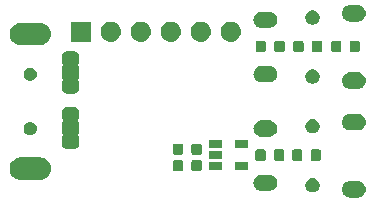
<source format=gbs>
G04 #@! TF.GenerationSoftware,KiCad,Pcbnew,5.0.1-33cea8e~68~ubuntu18.04.1*
G04 #@! TF.CreationDate,2018-11-08T21:15:48+01:00*
G04 #@! TF.ProjectId,audio_interface,617564696F5F696E746572666163652E,rev?*
G04 #@! TF.SameCoordinates,Original*
G04 #@! TF.FileFunction,Soldermask,Bot*
G04 #@! TF.FilePolarity,Negative*
%FSLAX46Y46*%
G04 Gerber Fmt 4.6, Leading zero omitted, Abs format (unit mm)*
G04 Created by KiCad (PCBNEW 5.0.1-33cea8e~68~ubuntu18.04.1) date Do 08 Nov 2018 21:15:48 CET*
%MOMM*%
%LPD*%
G01*
G04 APERTURE LIST*
%ADD10C,0.100000*%
G04 APERTURE END LIST*
D10*
G36*
X160937224Y-110010128D02*
X161069175Y-110050155D01*
X161190781Y-110115155D01*
X161297370Y-110202630D01*
X161384845Y-110309219D01*
X161449845Y-110430825D01*
X161489872Y-110562776D01*
X161503387Y-110700000D01*
X161489872Y-110837224D01*
X161449845Y-110969175D01*
X161384845Y-111090781D01*
X161297370Y-111197370D01*
X161190781Y-111284845D01*
X161069175Y-111349845D01*
X160937224Y-111389872D01*
X160834390Y-111400000D01*
X160165610Y-111400000D01*
X160062776Y-111389872D01*
X159930825Y-111349845D01*
X159809219Y-111284845D01*
X159702630Y-111197370D01*
X159615155Y-111090781D01*
X159550155Y-110969175D01*
X159510128Y-110837224D01*
X159496613Y-110700000D01*
X159510128Y-110562776D01*
X159550155Y-110430825D01*
X159615155Y-110309219D01*
X159702630Y-110202630D01*
X159809219Y-110115155D01*
X159930825Y-110050155D01*
X160062776Y-110010128D01*
X160165610Y-110000000D01*
X160834390Y-110000000D01*
X160937224Y-110010128D01*
X160937224Y-110010128D01*
G37*
G36*
X157175012Y-109773057D02*
X157284207Y-109818287D01*
X157382481Y-109883952D01*
X157466048Y-109967519D01*
X157531713Y-110065793D01*
X157576943Y-110174988D01*
X157600000Y-110290904D01*
X157600000Y-110409096D01*
X157576943Y-110525012D01*
X157531713Y-110634207D01*
X157466048Y-110732481D01*
X157382481Y-110816048D01*
X157284207Y-110881713D01*
X157175012Y-110926943D01*
X157059096Y-110950000D01*
X156940904Y-110950000D01*
X156824988Y-110926943D01*
X156715793Y-110881713D01*
X156617519Y-110816048D01*
X156533952Y-110732481D01*
X156468287Y-110634207D01*
X156423057Y-110525012D01*
X156400000Y-110409096D01*
X156400000Y-110290904D01*
X156423057Y-110174988D01*
X156468287Y-110065793D01*
X156533952Y-109967519D01*
X156617519Y-109883952D01*
X156715793Y-109818287D01*
X156824988Y-109773057D01*
X156940904Y-109750000D01*
X157059096Y-109750000D01*
X157175012Y-109773057D01*
X157175012Y-109773057D01*
G37*
G36*
X153437224Y-109460128D02*
X153569175Y-109500155D01*
X153690781Y-109565155D01*
X153797370Y-109652630D01*
X153884845Y-109759219D01*
X153949845Y-109880825D01*
X153989872Y-110012776D01*
X154003387Y-110150000D01*
X153989872Y-110287224D01*
X153949845Y-110419175D01*
X153884845Y-110540781D01*
X153797370Y-110647370D01*
X153690781Y-110734845D01*
X153569175Y-110799845D01*
X153437224Y-110839872D01*
X153334390Y-110850000D01*
X152665610Y-110850000D01*
X152562776Y-110839872D01*
X152430825Y-110799845D01*
X152309219Y-110734845D01*
X152202630Y-110647370D01*
X152115155Y-110540781D01*
X152050155Y-110419175D01*
X152010128Y-110287224D01*
X151996613Y-110150000D01*
X152010128Y-110012776D01*
X152050155Y-109880825D01*
X152115155Y-109759219D01*
X152202630Y-109652630D01*
X152309219Y-109565155D01*
X152430825Y-109500155D01*
X152562776Y-109460128D01*
X152665610Y-109450000D01*
X153334390Y-109450000D01*
X153437224Y-109460128D01*
X153437224Y-109460128D01*
G37*
G36*
X134016448Y-108006873D02*
X134086232Y-108013746D01*
X134175770Y-108040907D01*
X134265309Y-108068068D01*
X134430347Y-108156283D01*
X134575001Y-108274999D01*
X134693717Y-108419653D01*
X134781932Y-108584691D01*
X134781932Y-108584692D01*
X134836254Y-108763768D01*
X134854596Y-108950000D01*
X134836254Y-109136232D01*
X134829545Y-109158349D01*
X134781932Y-109315309D01*
X134693717Y-109480347D01*
X134575001Y-109625001D01*
X134430347Y-109743717D01*
X134265309Y-109831932D01*
X134175770Y-109859093D01*
X134086232Y-109886254D01*
X133946666Y-109900000D01*
X132253334Y-109900000D01*
X132113768Y-109886254D01*
X132024230Y-109859093D01*
X131934691Y-109831932D01*
X131769653Y-109743717D01*
X131624999Y-109625001D01*
X131506283Y-109480347D01*
X131418068Y-109315309D01*
X131370455Y-109158349D01*
X131363746Y-109136232D01*
X131345404Y-108950000D01*
X131363746Y-108763768D01*
X131418068Y-108584692D01*
X131418068Y-108584691D01*
X131506283Y-108419653D01*
X131624999Y-108274999D01*
X131769653Y-108156283D01*
X131934691Y-108068068D01*
X132024230Y-108040907D01*
X132113768Y-108013746D01*
X132183552Y-108006873D01*
X132253334Y-108000000D01*
X133946666Y-108000000D01*
X134016448Y-108006873D01*
X134016448Y-108006873D01*
G37*
G36*
X145924116Y-108228595D02*
X145953313Y-108237452D01*
X145980218Y-108251833D01*
X146003808Y-108271192D01*
X146023167Y-108294782D01*
X146037548Y-108321687D01*
X146046405Y-108350884D01*
X146050000Y-108387390D01*
X146050000Y-109012610D01*
X146046405Y-109049116D01*
X146037548Y-109078313D01*
X146023167Y-109105218D01*
X146003808Y-109128808D01*
X145980218Y-109148167D01*
X145953313Y-109162548D01*
X145924116Y-109171405D01*
X145887610Y-109175000D01*
X145337390Y-109175000D01*
X145300884Y-109171405D01*
X145271687Y-109162548D01*
X145244782Y-109148167D01*
X145221192Y-109128808D01*
X145201833Y-109105218D01*
X145187452Y-109078313D01*
X145178595Y-109049116D01*
X145175000Y-109012610D01*
X145175000Y-108387390D01*
X145178595Y-108350884D01*
X145187452Y-108321687D01*
X145201833Y-108294782D01*
X145221192Y-108271192D01*
X145244782Y-108251833D01*
X145271687Y-108237452D01*
X145300884Y-108228595D01*
X145337390Y-108225000D01*
X145887610Y-108225000D01*
X145924116Y-108228595D01*
X145924116Y-108228595D01*
G37*
G36*
X147499116Y-108228595D02*
X147528313Y-108237452D01*
X147555218Y-108251833D01*
X147578808Y-108271192D01*
X147598167Y-108294782D01*
X147612548Y-108321687D01*
X147621405Y-108350884D01*
X147625000Y-108387390D01*
X147625000Y-109012610D01*
X147621405Y-109049116D01*
X147612548Y-109078313D01*
X147598167Y-109105218D01*
X147578808Y-109128808D01*
X147555218Y-109148167D01*
X147528313Y-109162548D01*
X147499116Y-109171405D01*
X147462610Y-109175000D01*
X146912390Y-109175000D01*
X146875884Y-109171405D01*
X146846687Y-109162548D01*
X146819782Y-109148167D01*
X146796192Y-109128808D01*
X146776833Y-109105218D01*
X146762452Y-109078313D01*
X146753595Y-109049116D01*
X146750000Y-109012610D01*
X146750000Y-108387390D01*
X146753595Y-108350884D01*
X146762452Y-108321687D01*
X146776833Y-108294782D01*
X146796192Y-108271192D01*
X146819782Y-108251833D01*
X146846687Y-108237452D01*
X146875884Y-108228595D01*
X146912390Y-108225000D01*
X147462610Y-108225000D01*
X147499116Y-108228595D01*
X147499116Y-108228595D01*
G37*
G36*
X151530000Y-109075000D02*
X150470000Y-109075000D01*
X150470000Y-108425000D01*
X151530000Y-108425000D01*
X151530000Y-109075000D01*
X151530000Y-109075000D01*
G37*
G36*
X149330000Y-109075000D02*
X148270000Y-109075000D01*
X148270000Y-108425000D01*
X149330000Y-108425000D01*
X149330000Y-109075000D01*
X149330000Y-109075000D01*
G37*
G36*
X156011616Y-107328595D02*
X156040813Y-107337452D01*
X156067718Y-107351833D01*
X156091308Y-107371192D01*
X156110667Y-107394782D01*
X156125048Y-107421687D01*
X156133905Y-107450884D01*
X156137500Y-107487390D01*
X156137500Y-108112610D01*
X156133905Y-108149116D01*
X156125048Y-108178313D01*
X156110667Y-108205218D01*
X156091308Y-108228808D01*
X156067718Y-108248167D01*
X156040813Y-108262548D01*
X156011616Y-108271405D01*
X155975110Y-108275000D01*
X155424890Y-108275000D01*
X155388384Y-108271405D01*
X155359187Y-108262548D01*
X155332282Y-108248167D01*
X155308692Y-108228808D01*
X155289333Y-108205218D01*
X155274952Y-108178313D01*
X155266095Y-108149116D01*
X155262500Y-108112610D01*
X155262500Y-107487390D01*
X155266095Y-107450884D01*
X155274952Y-107421687D01*
X155289333Y-107394782D01*
X155308692Y-107371192D01*
X155332282Y-107351833D01*
X155359187Y-107337452D01*
X155388384Y-107328595D01*
X155424890Y-107325000D01*
X155975110Y-107325000D01*
X156011616Y-107328595D01*
X156011616Y-107328595D01*
G37*
G36*
X152911616Y-107328595D02*
X152940813Y-107337452D01*
X152967718Y-107351833D01*
X152991308Y-107371192D01*
X153010667Y-107394782D01*
X153025048Y-107421687D01*
X153033905Y-107450884D01*
X153037500Y-107487390D01*
X153037500Y-108112610D01*
X153033905Y-108149116D01*
X153025048Y-108178313D01*
X153010667Y-108205218D01*
X152991308Y-108228808D01*
X152967718Y-108248167D01*
X152940813Y-108262548D01*
X152911616Y-108271405D01*
X152875110Y-108275000D01*
X152324890Y-108275000D01*
X152288384Y-108271405D01*
X152259187Y-108262548D01*
X152232282Y-108248167D01*
X152208692Y-108228808D01*
X152189333Y-108205218D01*
X152174952Y-108178313D01*
X152166095Y-108149116D01*
X152162500Y-108112610D01*
X152162500Y-107487390D01*
X152166095Y-107450884D01*
X152174952Y-107421687D01*
X152189333Y-107394782D01*
X152208692Y-107371192D01*
X152232282Y-107351833D01*
X152259187Y-107337452D01*
X152288384Y-107328595D01*
X152324890Y-107325000D01*
X152875110Y-107325000D01*
X152911616Y-107328595D01*
X152911616Y-107328595D01*
G37*
G36*
X157586616Y-107328595D02*
X157615813Y-107337452D01*
X157642718Y-107351833D01*
X157666308Y-107371192D01*
X157685667Y-107394782D01*
X157700048Y-107421687D01*
X157708905Y-107450884D01*
X157712500Y-107487390D01*
X157712500Y-108112610D01*
X157708905Y-108149116D01*
X157700048Y-108178313D01*
X157685667Y-108205218D01*
X157666308Y-108228808D01*
X157642718Y-108248167D01*
X157615813Y-108262548D01*
X157586616Y-108271405D01*
X157550110Y-108275000D01*
X156999890Y-108275000D01*
X156963384Y-108271405D01*
X156934187Y-108262548D01*
X156907282Y-108248167D01*
X156883692Y-108228808D01*
X156864333Y-108205218D01*
X156849952Y-108178313D01*
X156841095Y-108149116D01*
X156837500Y-108112610D01*
X156837500Y-107487390D01*
X156841095Y-107450884D01*
X156849952Y-107421687D01*
X156864333Y-107394782D01*
X156883692Y-107371192D01*
X156907282Y-107351833D01*
X156934187Y-107337452D01*
X156963384Y-107328595D01*
X156999890Y-107325000D01*
X157550110Y-107325000D01*
X157586616Y-107328595D01*
X157586616Y-107328595D01*
G37*
G36*
X154486616Y-107328595D02*
X154515813Y-107337452D01*
X154542718Y-107351833D01*
X154566308Y-107371192D01*
X154585667Y-107394782D01*
X154600048Y-107421687D01*
X154608905Y-107450884D01*
X154612500Y-107487390D01*
X154612500Y-108112610D01*
X154608905Y-108149116D01*
X154600048Y-108178313D01*
X154585667Y-108205218D01*
X154566308Y-108228808D01*
X154542718Y-108248167D01*
X154515813Y-108262548D01*
X154486616Y-108271405D01*
X154450110Y-108275000D01*
X153899890Y-108275000D01*
X153863384Y-108271405D01*
X153834187Y-108262548D01*
X153807282Y-108248167D01*
X153783692Y-108228808D01*
X153764333Y-108205218D01*
X153749952Y-108178313D01*
X153741095Y-108149116D01*
X153737500Y-108112610D01*
X153737500Y-107487390D01*
X153741095Y-107450884D01*
X153749952Y-107421687D01*
X153764333Y-107394782D01*
X153783692Y-107371192D01*
X153807282Y-107351833D01*
X153834187Y-107337452D01*
X153863384Y-107328595D01*
X153899890Y-107325000D01*
X154450110Y-107325000D01*
X154486616Y-107328595D01*
X154486616Y-107328595D01*
G37*
G36*
X149330000Y-108125000D02*
X148270000Y-108125000D01*
X148270000Y-107475000D01*
X149330000Y-107475000D01*
X149330000Y-108125000D01*
X149330000Y-108125000D01*
G37*
G36*
X145924116Y-106828595D02*
X145953313Y-106837452D01*
X145980218Y-106851833D01*
X146003808Y-106871192D01*
X146023167Y-106894782D01*
X146037548Y-106921687D01*
X146046405Y-106950884D01*
X146050000Y-106987390D01*
X146050000Y-107612610D01*
X146046405Y-107649116D01*
X146037548Y-107678313D01*
X146023167Y-107705218D01*
X146003808Y-107728808D01*
X145980218Y-107748167D01*
X145953313Y-107762548D01*
X145924116Y-107771405D01*
X145887610Y-107775000D01*
X145337390Y-107775000D01*
X145300884Y-107771405D01*
X145271687Y-107762548D01*
X145244782Y-107748167D01*
X145221192Y-107728808D01*
X145201833Y-107705218D01*
X145187452Y-107678313D01*
X145178595Y-107649116D01*
X145175000Y-107612610D01*
X145175000Y-106987390D01*
X145178595Y-106950884D01*
X145187452Y-106921687D01*
X145201833Y-106894782D01*
X145221192Y-106871192D01*
X145244782Y-106851833D01*
X145271687Y-106837452D01*
X145300884Y-106828595D01*
X145337390Y-106825000D01*
X145887610Y-106825000D01*
X145924116Y-106828595D01*
X145924116Y-106828595D01*
G37*
G36*
X147499116Y-106828595D02*
X147528313Y-106837452D01*
X147555218Y-106851833D01*
X147578808Y-106871192D01*
X147598167Y-106894782D01*
X147612548Y-106921687D01*
X147621405Y-106950884D01*
X147625000Y-106987390D01*
X147625000Y-107612610D01*
X147621405Y-107649116D01*
X147612548Y-107678313D01*
X147598167Y-107705218D01*
X147578808Y-107728808D01*
X147555218Y-107748167D01*
X147528313Y-107762548D01*
X147499116Y-107771405D01*
X147462610Y-107775000D01*
X146912390Y-107775000D01*
X146875884Y-107771405D01*
X146846687Y-107762548D01*
X146819782Y-107748167D01*
X146796192Y-107728808D01*
X146776833Y-107705218D01*
X146762452Y-107678313D01*
X146753595Y-107649116D01*
X146750000Y-107612610D01*
X146750000Y-106987390D01*
X146753595Y-106950884D01*
X146762452Y-106921687D01*
X146776833Y-106894782D01*
X146796192Y-106871192D01*
X146819782Y-106851833D01*
X146846687Y-106837452D01*
X146875884Y-106828595D01*
X146912390Y-106825000D01*
X147462610Y-106825000D01*
X147499116Y-106828595D01*
X147499116Y-106828595D01*
G37*
G36*
X136762203Y-103701201D02*
X136774453Y-103701803D01*
X136792872Y-103701803D01*
X136805150Y-103703012D01*
X136889232Y-103719737D01*
X136901048Y-103723322D01*
X136980255Y-103756130D01*
X136991140Y-103761947D01*
X137062425Y-103809579D01*
X137071973Y-103817415D01*
X137132585Y-103878027D01*
X137140421Y-103887575D01*
X137188053Y-103958860D01*
X137193870Y-103969745D01*
X137226678Y-104048952D01*
X137230263Y-104060768D01*
X137246988Y-104144850D01*
X137248197Y-104157128D01*
X137248197Y-104175547D01*
X137248799Y-104187797D01*
X137250605Y-104206137D01*
X137250605Y-104743863D01*
X137250001Y-104749999D01*
X137249999Y-104750001D01*
X137243894Y-104750602D01*
X137219860Y-104755382D01*
X137197221Y-104764759D01*
X137176846Y-104778372D01*
X137159519Y-104795699D01*
X137145905Y-104816074D01*
X137136527Y-104838712D01*
X137131746Y-104862746D01*
X137131746Y-104887250D01*
X137136526Y-104911284D01*
X137145903Y-104933923D01*
X137159516Y-104954298D01*
X137176843Y-104971625D01*
X137197218Y-104985239D01*
X137219856Y-104994617D01*
X137243890Y-104999398D01*
X137250000Y-104999698D01*
X137250000Y-106000605D01*
X137231758Y-106002402D01*
X137208309Y-106009515D01*
X137186698Y-106021066D01*
X137167756Y-106036612D01*
X137152210Y-106055554D01*
X137140659Y-106077165D01*
X137133546Y-106100614D01*
X137131144Y-106125000D01*
X137133546Y-106149386D01*
X137140659Y-106172835D01*
X137152210Y-106194446D01*
X137167756Y-106213388D01*
X137186698Y-106228934D01*
X137208309Y-106240485D01*
X137231758Y-106247598D01*
X137243894Y-106249398D01*
X137249999Y-106249999D01*
X137249998Y-106249999D01*
X137250000Y-106250000D01*
X137250001Y-106250001D01*
X137250605Y-106256137D01*
X137250605Y-106793863D01*
X137248799Y-106812203D01*
X137248197Y-106824453D01*
X137248197Y-106842872D01*
X137246988Y-106855150D01*
X137230263Y-106939232D01*
X137226678Y-106951048D01*
X137193870Y-107030255D01*
X137188053Y-107041140D01*
X137140421Y-107112425D01*
X137132585Y-107121973D01*
X137071973Y-107182585D01*
X137062425Y-107190421D01*
X136991140Y-107238053D01*
X136980255Y-107243870D01*
X136901048Y-107276678D01*
X136889232Y-107280263D01*
X136805150Y-107296988D01*
X136792872Y-107298197D01*
X136774453Y-107298197D01*
X136762203Y-107298799D01*
X136743863Y-107300605D01*
X136256137Y-107300605D01*
X136237797Y-107298799D01*
X136225547Y-107298197D01*
X136207128Y-107298197D01*
X136194850Y-107296988D01*
X136110768Y-107280263D01*
X136098952Y-107276678D01*
X136019745Y-107243870D01*
X136008860Y-107238053D01*
X135937575Y-107190421D01*
X135928027Y-107182585D01*
X135867415Y-107121973D01*
X135859579Y-107112425D01*
X135811947Y-107041140D01*
X135806130Y-107030255D01*
X135773322Y-106951048D01*
X135769737Y-106939232D01*
X135753012Y-106855150D01*
X135751803Y-106842872D01*
X135751803Y-106824453D01*
X135751201Y-106812203D01*
X135749395Y-106793863D01*
X135749395Y-106256137D01*
X135749999Y-106250001D01*
X135750000Y-106250000D01*
X135750002Y-106249999D01*
X135750001Y-106249999D01*
X135756106Y-106249398D01*
X135780140Y-106244618D01*
X135802779Y-106235241D01*
X135823154Y-106221628D01*
X135840481Y-106204301D01*
X135854095Y-106183926D01*
X135863473Y-106161288D01*
X135868254Y-106137254D01*
X135868254Y-106112750D01*
X135863474Y-106088716D01*
X135854097Y-106066077D01*
X135840484Y-106045702D01*
X135823157Y-106028375D01*
X135802782Y-106014761D01*
X135780144Y-106005383D01*
X135756110Y-106000602D01*
X135750000Y-106000302D01*
X135750000Y-104999395D01*
X135768242Y-104997598D01*
X135791691Y-104990485D01*
X135813302Y-104978934D01*
X135832244Y-104963388D01*
X135847790Y-104944446D01*
X135859341Y-104922835D01*
X135866454Y-104899386D01*
X135868856Y-104875000D01*
X135866454Y-104850614D01*
X135859341Y-104827165D01*
X135847790Y-104805554D01*
X135832244Y-104786612D01*
X135813302Y-104771066D01*
X135791691Y-104759515D01*
X135768242Y-104752402D01*
X135756106Y-104750602D01*
X135750001Y-104750001D01*
X135749999Y-104749999D01*
X135749395Y-104743863D01*
X135749395Y-104206137D01*
X135751201Y-104187797D01*
X135751803Y-104175547D01*
X135751803Y-104157128D01*
X135753012Y-104144850D01*
X135769737Y-104060768D01*
X135773322Y-104048952D01*
X135806130Y-103969745D01*
X135811947Y-103958860D01*
X135859579Y-103887575D01*
X135867415Y-103878027D01*
X135928027Y-103817415D01*
X135937575Y-103809579D01*
X136008860Y-103761947D01*
X136019745Y-103756130D01*
X136098952Y-103723322D01*
X136110768Y-103719737D01*
X136194850Y-103703012D01*
X136207128Y-103701803D01*
X136225547Y-103701803D01*
X136237797Y-103701201D01*
X136256137Y-103699395D01*
X136743863Y-103699395D01*
X136762203Y-103701201D01*
X136762203Y-103701201D01*
G37*
G36*
X151530000Y-107175000D02*
X150470000Y-107175000D01*
X150470000Y-106525000D01*
X151530000Y-106525000D01*
X151530000Y-107175000D01*
X151530000Y-107175000D01*
G37*
G36*
X149330000Y-107175000D02*
X148270000Y-107175000D01*
X148270000Y-106525000D01*
X149330000Y-106525000D01*
X149330000Y-107175000D01*
X149330000Y-107175000D01*
G37*
G36*
X153437224Y-104860128D02*
X153569175Y-104900155D01*
X153690781Y-104965155D01*
X153797370Y-105052630D01*
X153884845Y-105159219D01*
X153949845Y-105280825D01*
X153989872Y-105412776D01*
X154003387Y-105550000D01*
X153989872Y-105687224D01*
X153949845Y-105819175D01*
X153884845Y-105940781D01*
X153797370Y-106047370D01*
X153690781Y-106134845D01*
X153569175Y-106199845D01*
X153437224Y-106239872D01*
X153334390Y-106250000D01*
X152665610Y-106250000D01*
X152562776Y-106239872D01*
X152430825Y-106199845D01*
X152309219Y-106134845D01*
X152202630Y-106047370D01*
X152115155Y-105940781D01*
X152050155Y-105819175D01*
X152010128Y-105687224D01*
X151996613Y-105550000D01*
X152010128Y-105412776D01*
X152050155Y-105280825D01*
X152115155Y-105159219D01*
X152202630Y-105052630D01*
X152309219Y-104965155D01*
X152430825Y-104900155D01*
X152562776Y-104860128D01*
X152665610Y-104850000D01*
X153334390Y-104850000D01*
X153437224Y-104860128D01*
X153437224Y-104860128D01*
G37*
G36*
X133189590Y-105007045D02*
X133260429Y-105021136D01*
X133336463Y-105052631D01*
X133360523Y-105062597D01*
X133450607Y-105122789D01*
X133527211Y-105199393D01*
X133527213Y-105199396D01*
X133587403Y-105289477D01*
X133628864Y-105389571D01*
X133650000Y-105495830D01*
X133650000Y-105604170D01*
X133628864Y-105710429D01*
X133587403Y-105810523D01*
X133527211Y-105900607D01*
X133450607Y-105977211D01*
X133450604Y-105977213D01*
X133360523Y-106037403D01*
X133260429Y-106078864D01*
X133210899Y-106088716D01*
X133154171Y-106100000D01*
X133045829Y-106100000D01*
X132989101Y-106088716D01*
X132939571Y-106078864D01*
X132839477Y-106037403D01*
X132749396Y-105977213D01*
X132749393Y-105977211D01*
X132672789Y-105900607D01*
X132612597Y-105810523D01*
X132571136Y-105710429D01*
X132550000Y-105604170D01*
X132550000Y-105495830D01*
X132571136Y-105389571D01*
X132612597Y-105289477D01*
X132672787Y-105199396D01*
X132672789Y-105199393D01*
X132749393Y-105122789D01*
X132839477Y-105062597D01*
X132863537Y-105052631D01*
X132939571Y-105021136D01*
X133010410Y-105007045D01*
X133045829Y-105000000D01*
X133154171Y-105000000D01*
X133189590Y-105007045D01*
X133189590Y-105007045D01*
G37*
G36*
X157175012Y-104773057D02*
X157284207Y-104818287D01*
X157382481Y-104883952D01*
X157466048Y-104967519D01*
X157531713Y-105065793D01*
X157576943Y-105174988D01*
X157600000Y-105290904D01*
X157600000Y-105409096D01*
X157576943Y-105525012D01*
X157531713Y-105634207D01*
X157466048Y-105732481D01*
X157382481Y-105816048D01*
X157284207Y-105881713D01*
X157175012Y-105926943D01*
X157059096Y-105950000D01*
X156940904Y-105950000D01*
X156824988Y-105926943D01*
X156715793Y-105881713D01*
X156617519Y-105816048D01*
X156533952Y-105732481D01*
X156468287Y-105634207D01*
X156423057Y-105525012D01*
X156400000Y-105409096D01*
X156400000Y-105290904D01*
X156423057Y-105174988D01*
X156468287Y-105065793D01*
X156533952Y-104967519D01*
X156617519Y-104883952D01*
X156715793Y-104818287D01*
X156824988Y-104773057D01*
X156940904Y-104750000D01*
X157059096Y-104750000D01*
X157175012Y-104773057D01*
X157175012Y-104773057D01*
G37*
G36*
X160937224Y-104310128D02*
X161069175Y-104350155D01*
X161190781Y-104415155D01*
X161297370Y-104502630D01*
X161384845Y-104609219D01*
X161449845Y-104730825D01*
X161489872Y-104862776D01*
X161503387Y-105000000D01*
X161489872Y-105137224D01*
X161449845Y-105269175D01*
X161384845Y-105390781D01*
X161297370Y-105497370D01*
X161190781Y-105584845D01*
X161069175Y-105649845D01*
X160937224Y-105689872D01*
X160834390Y-105700000D01*
X160165610Y-105700000D01*
X160062776Y-105689872D01*
X159930825Y-105649845D01*
X159809219Y-105584845D01*
X159702630Y-105497370D01*
X159615155Y-105390781D01*
X159550155Y-105269175D01*
X159510128Y-105137224D01*
X159496613Y-105000000D01*
X159510128Y-104862776D01*
X159550155Y-104730825D01*
X159615155Y-104609219D01*
X159702630Y-104502630D01*
X159809219Y-104415155D01*
X159930825Y-104350155D01*
X160062776Y-104310128D01*
X160165610Y-104300000D01*
X160834390Y-104300000D01*
X160937224Y-104310128D01*
X160937224Y-104310128D01*
G37*
G36*
X136762203Y-99001201D02*
X136774453Y-99001803D01*
X136792872Y-99001803D01*
X136805150Y-99003012D01*
X136889232Y-99019737D01*
X136901048Y-99023322D01*
X136980255Y-99056130D01*
X136991140Y-99061947D01*
X137062425Y-99109579D01*
X137071973Y-99117415D01*
X137132585Y-99178027D01*
X137140421Y-99187575D01*
X137188053Y-99258860D01*
X137193870Y-99269745D01*
X137226678Y-99348952D01*
X137230263Y-99360768D01*
X137246988Y-99444850D01*
X137248197Y-99457128D01*
X137248197Y-99475547D01*
X137248799Y-99487797D01*
X137250605Y-99506137D01*
X137250605Y-100043863D01*
X137250001Y-100049999D01*
X137249999Y-100050001D01*
X137243894Y-100050602D01*
X137219860Y-100055382D01*
X137197221Y-100064759D01*
X137176846Y-100078372D01*
X137159519Y-100095699D01*
X137145905Y-100116074D01*
X137136527Y-100138712D01*
X137131746Y-100162746D01*
X137131746Y-100187250D01*
X137136526Y-100211284D01*
X137145903Y-100233923D01*
X137159516Y-100254298D01*
X137176843Y-100271625D01*
X137197218Y-100285239D01*
X137219856Y-100294617D01*
X137243890Y-100299398D01*
X137250000Y-100299698D01*
X137250000Y-101300605D01*
X137231758Y-101302402D01*
X137208309Y-101309515D01*
X137186698Y-101321066D01*
X137167756Y-101336612D01*
X137152210Y-101355554D01*
X137140659Y-101377165D01*
X137133546Y-101400614D01*
X137131144Y-101425000D01*
X137133546Y-101449386D01*
X137140659Y-101472835D01*
X137152210Y-101494446D01*
X137167756Y-101513388D01*
X137186698Y-101528934D01*
X137208309Y-101540485D01*
X137231758Y-101547598D01*
X137243894Y-101549398D01*
X137249999Y-101549999D01*
X137249998Y-101549999D01*
X137250000Y-101550000D01*
X137250001Y-101550001D01*
X137250605Y-101556137D01*
X137250605Y-102093863D01*
X137248799Y-102112203D01*
X137248197Y-102124453D01*
X137248197Y-102142872D01*
X137246988Y-102155150D01*
X137230263Y-102239232D01*
X137226678Y-102251048D01*
X137193870Y-102330255D01*
X137188053Y-102341140D01*
X137140421Y-102412425D01*
X137132585Y-102421973D01*
X137071973Y-102482585D01*
X137062425Y-102490421D01*
X136991140Y-102538053D01*
X136980255Y-102543870D01*
X136901048Y-102576678D01*
X136889232Y-102580263D01*
X136805150Y-102596988D01*
X136792872Y-102598197D01*
X136774453Y-102598197D01*
X136762203Y-102598799D01*
X136743863Y-102600605D01*
X136256137Y-102600605D01*
X136237797Y-102598799D01*
X136225547Y-102598197D01*
X136207128Y-102598197D01*
X136194850Y-102596988D01*
X136110768Y-102580263D01*
X136098952Y-102576678D01*
X136019745Y-102543870D01*
X136008860Y-102538053D01*
X135937575Y-102490421D01*
X135928027Y-102482585D01*
X135867415Y-102421973D01*
X135859579Y-102412425D01*
X135811947Y-102341140D01*
X135806130Y-102330255D01*
X135773322Y-102251048D01*
X135769737Y-102239232D01*
X135753012Y-102155150D01*
X135751803Y-102142872D01*
X135751803Y-102124453D01*
X135751201Y-102112203D01*
X135749395Y-102093863D01*
X135749395Y-101556137D01*
X135749999Y-101550001D01*
X135750000Y-101550000D01*
X135750002Y-101549999D01*
X135750001Y-101549999D01*
X135756106Y-101549398D01*
X135780140Y-101544618D01*
X135802779Y-101535241D01*
X135823154Y-101521628D01*
X135840481Y-101504301D01*
X135854095Y-101483926D01*
X135863473Y-101461288D01*
X135868254Y-101437254D01*
X135868254Y-101412750D01*
X135863474Y-101388716D01*
X135854097Y-101366077D01*
X135840484Y-101345702D01*
X135823157Y-101328375D01*
X135802782Y-101314761D01*
X135780144Y-101305383D01*
X135756110Y-101300602D01*
X135750000Y-101300302D01*
X135750000Y-100299395D01*
X135768242Y-100297598D01*
X135791691Y-100290485D01*
X135813302Y-100278934D01*
X135832244Y-100263388D01*
X135847790Y-100244446D01*
X135859341Y-100222835D01*
X135866454Y-100199386D01*
X135868856Y-100175000D01*
X135866454Y-100150614D01*
X135859341Y-100127165D01*
X135847790Y-100105554D01*
X135832244Y-100086612D01*
X135813302Y-100071066D01*
X135791691Y-100059515D01*
X135768242Y-100052402D01*
X135756106Y-100050602D01*
X135750001Y-100050001D01*
X135749999Y-100049999D01*
X135749395Y-100043863D01*
X135749395Y-99506137D01*
X135751201Y-99487797D01*
X135751803Y-99475547D01*
X135751803Y-99457128D01*
X135753012Y-99444850D01*
X135769737Y-99360768D01*
X135773322Y-99348952D01*
X135806130Y-99269745D01*
X135811947Y-99258860D01*
X135859579Y-99187575D01*
X135867415Y-99178027D01*
X135928027Y-99117415D01*
X135937575Y-99109579D01*
X136008860Y-99061947D01*
X136019745Y-99056130D01*
X136098952Y-99023322D01*
X136110768Y-99019737D01*
X136194850Y-99003012D01*
X136207128Y-99001803D01*
X136225547Y-99001803D01*
X136237797Y-99001201D01*
X136256137Y-98999395D01*
X136743863Y-98999395D01*
X136762203Y-99001201D01*
X136762203Y-99001201D01*
G37*
G36*
X160937224Y-100810128D02*
X161069175Y-100850155D01*
X161190781Y-100915155D01*
X161297370Y-101002630D01*
X161384845Y-101109219D01*
X161449845Y-101230825D01*
X161489872Y-101362776D01*
X161503387Y-101500000D01*
X161489872Y-101637224D01*
X161449845Y-101769175D01*
X161384845Y-101890781D01*
X161297370Y-101997370D01*
X161190781Y-102084845D01*
X161069175Y-102149845D01*
X160937224Y-102189872D01*
X160834390Y-102200000D01*
X160165610Y-102200000D01*
X160062776Y-102189872D01*
X159930825Y-102149845D01*
X159809219Y-102084845D01*
X159702630Y-101997370D01*
X159615155Y-101890781D01*
X159550155Y-101769175D01*
X159510128Y-101637224D01*
X159496613Y-101500000D01*
X159510128Y-101362776D01*
X159550155Y-101230825D01*
X159615155Y-101109219D01*
X159702630Y-101002630D01*
X159809219Y-100915155D01*
X159930825Y-100850155D01*
X160062776Y-100810128D01*
X160165610Y-100800000D01*
X160834390Y-100800000D01*
X160937224Y-100810128D01*
X160937224Y-100810128D01*
G37*
G36*
X157175012Y-100573057D02*
X157284207Y-100618287D01*
X157382481Y-100683952D01*
X157466048Y-100767519D01*
X157531713Y-100865793D01*
X157576943Y-100974988D01*
X157600000Y-101090904D01*
X157600000Y-101209096D01*
X157576943Y-101325012D01*
X157531713Y-101434207D01*
X157466048Y-101532481D01*
X157382481Y-101616048D01*
X157284207Y-101681713D01*
X157175012Y-101726943D01*
X157059096Y-101750000D01*
X156940904Y-101750000D01*
X156824988Y-101726943D01*
X156715793Y-101681713D01*
X156617519Y-101616048D01*
X156533952Y-101532481D01*
X156468287Y-101434207D01*
X156423057Y-101325012D01*
X156400000Y-101209096D01*
X156400000Y-101090904D01*
X156423057Y-100974988D01*
X156468287Y-100865793D01*
X156533952Y-100767519D01*
X156617519Y-100683952D01*
X156715793Y-100618287D01*
X156824988Y-100573057D01*
X156940904Y-100550000D01*
X157059096Y-100550000D01*
X157175012Y-100573057D01*
X157175012Y-100573057D01*
G37*
G36*
X153437224Y-100260128D02*
X153569175Y-100300155D01*
X153690781Y-100365155D01*
X153797370Y-100452630D01*
X153884845Y-100559219D01*
X153949845Y-100680825D01*
X153989872Y-100812776D01*
X154003387Y-100950000D01*
X153989872Y-101087224D01*
X153949845Y-101219175D01*
X153884845Y-101340781D01*
X153797370Y-101447370D01*
X153690781Y-101534845D01*
X153569175Y-101599845D01*
X153437224Y-101639872D01*
X153334390Y-101650000D01*
X152665610Y-101650000D01*
X152562776Y-101639872D01*
X152430825Y-101599845D01*
X152309219Y-101534845D01*
X152202630Y-101447370D01*
X152115155Y-101340781D01*
X152050155Y-101219175D01*
X152010128Y-101087224D01*
X151996613Y-100950000D01*
X152010128Y-100812776D01*
X152050155Y-100680825D01*
X152115155Y-100559219D01*
X152202630Y-100452630D01*
X152309219Y-100365155D01*
X152430825Y-100300155D01*
X152562776Y-100260128D01*
X152665610Y-100250000D01*
X153334390Y-100250000D01*
X153437224Y-100260128D01*
X153437224Y-100260128D01*
G37*
G36*
X133189590Y-100407045D02*
X133260429Y-100421136D01*
X133336463Y-100452631D01*
X133360523Y-100462597D01*
X133450607Y-100522789D01*
X133527211Y-100599393D01*
X133527213Y-100599396D01*
X133587403Y-100689477D01*
X133628864Y-100789571D01*
X133650000Y-100895830D01*
X133650000Y-101004170D01*
X133628864Y-101110429D01*
X133587994Y-101209096D01*
X133587403Y-101210523D01*
X133527211Y-101300607D01*
X133450607Y-101377211D01*
X133450604Y-101377213D01*
X133360523Y-101437403D01*
X133260429Y-101478864D01*
X133189590Y-101492955D01*
X133154171Y-101500000D01*
X133045829Y-101500000D01*
X133010410Y-101492955D01*
X132939571Y-101478864D01*
X132839477Y-101437403D01*
X132749396Y-101377213D01*
X132749393Y-101377211D01*
X132672789Y-101300607D01*
X132612597Y-101210523D01*
X132612006Y-101209096D01*
X132571136Y-101110429D01*
X132550000Y-101004170D01*
X132550000Y-100895830D01*
X132571136Y-100789571D01*
X132612597Y-100689477D01*
X132672787Y-100599396D01*
X132672789Y-100599393D01*
X132749393Y-100522789D01*
X132839477Y-100462597D01*
X132863537Y-100452631D01*
X132939571Y-100421136D01*
X133010410Y-100407045D01*
X133045829Y-100400000D01*
X133154171Y-100400000D01*
X133189590Y-100407045D01*
X133189590Y-100407045D01*
G37*
G36*
X159312116Y-98128595D02*
X159341313Y-98137452D01*
X159368218Y-98151833D01*
X159391808Y-98171192D01*
X159411167Y-98194782D01*
X159425548Y-98221687D01*
X159434405Y-98250884D01*
X159438000Y-98287390D01*
X159438000Y-98912610D01*
X159434405Y-98949116D01*
X159425548Y-98978313D01*
X159411167Y-99005218D01*
X159391808Y-99028808D01*
X159368218Y-99048167D01*
X159341313Y-99062548D01*
X159312116Y-99071405D01*
X159275610Y-99075000D01*
X158725390Y-99075000D01*
X158688884Y-99071405D01*
X158659687Y-99062548D01*
X158632782Y-99048167D01*
X158609192Y-99028808D01*
X158589833Y-99005218D01*
X158575452Y-98978313D01*
X158566595Y-98949116D01*
X158563000Y-98912610D01*
X158563000Y-98287390D01*
X158566595Y-98250884D01*
X158575452Y-98221687D01*
X158589833Y-98194782D01*
X158609192Y-98171192D01*
X158632782Y-98151833D01*
X158659687Y-98137452D01*
X158688884Y-98128595D01*
X158725390Y-98125000D01*
X159275610Y-98125000D01*
X159312116Y-98128595D01*
X159312116Y-98128595D01*
G37*
G36*
X157687116Y-98128595D02*
X157716313Y-98137452D01*
X157743218Y-98151833D01*
X157766808Y-98171192D01*
X157786167Y-98194782D01*
X157800548Y-98221687D01*
X157809405Y-98250884D01*
X157813000Y-98287390D01*
X157813000Y-98912610D01*
X157809405Y-98949116D01*
X157800548Y-98978313D01*
X157786167Y-99005218D01*
X157766808Y-99028808D01*
X157743218Y-99048167D01*
X157716313Y-99062548D01*
X157687116Y-99071405D01*
X157650610Y-99075000D01*
X157100390Y-99075000D01*
X157063884Y-99071405D01*
X157034687Y-99062548D01*
X157007782Y-99048167D01*
X156984192Y-99028808D01*
X156964833Y-99005218D01*
X156950452Y-98978313D01*
X156941595Y-98949116D01*
X156938000Y-98912610D01*
X156938000Y-98287390D01*
X156941595Y-98250884D01*
X156950452Y-98221687D01*
X156964833Y-98194782D01*
X156984192Y-98171192D01*
X157007782Y-98151833D01*
X157034687Y-98137452D01*
X157063884Y-98128595D01*
X157100390Y-98125000D01*
X157650610Y-98125000D01*
X157687116Y-98128595D01*
X157687116Y-98128595D01*
G37*
G36*
X156112116Y-98128595D02*
X156141313Y-98137452D01*
X156168218Y-98151833D01*
X156191808Y-98171192D01*
X156211167Y-98194782D01*
X156225548Y-98221687D01*
X156234405Y-98250884D01*
X156238000Y-98287390D01*
X156238000Y-98912610D01*
X156234405Y-98949116D01*
X156225548Y-98978313D01*
X156211167Y-99005218D01*
X156191808Y-99028808D01*
X156168218Y-99048167D01*
X156141313Y-99062548D01*
X156112116Y-99071405D01*
X156075610Y-99075000D01*
X155525390Y-99075000D01*
X155488884Y-99071405D01*
X155459687Y-99062548D01*
X155432782Y-99048167D01*
X155409192Y-99028808D01*
X155389833Y-99005218D01*
X155375452Y-98978313D01*
X155366595Y-98949116D01*
X155363000Y-98912610D01*
X155363000Y-98287390D01*
X155366595Y-98250884D01*
X155375452Y-98221687D01*
X155389833Y-98194782D01*
X155409192Y-98171192D01*
X155432782Y-98151833D01*
X155459687Y-98137452D01*
X155488884Y-98128595D01*
X155525390Y-98125000D01*
X156075610Y-98125000D01*
X156112116Y-98128595D01*
X156112116Y-98128595D01*
G37*
G36*
X154511116Y-98128595D02*
X154540313Y-98137452D01*
X154567218Y-98151833D01*
X154590808Y-98171192D01*
X154610167Y-98194782D01*
X154624548Y-98221687D01*
X154633405Y-98250884D01*
X154637000Y-98287390D01*
X154637000Y-98912610D01*
X154633405Y-98949116D01*
X154624548Y-98978313D01*
X154610167Y-99005218D01*
X154590808Y-99028808D01*
X154567218Y-99048167D01*
X154540313Y-99062548D01*
X154511116Y-99071405D01*
X154474610Y-99075000D01*
X153924390Y-99075000D01*
X153887884Y-99071405D01*
X153858687Y-99062548D01*
X153831782Y-99048167D01*
X153808192Y-99028808D01*
X153788833Y-99005218D01*
X153774452Y-98978313D01*
X153765595Y-98949116D01*
X153762000Y-98912610D01*
X153762000Y-98287390D01*
X153765595Y-98250884D01*
X153774452Y-98221687D01*
X153788833Y-98194782D01*
X153808192Y-98171192D01*
X153831782Y-98151833D01*
X153858687Y-98137452D01*
X153887884Y-98128595D01*
X153924390Y-98125000D01*
X154474610Y-98125000D01*
X154511116Y-98128595D01*
X154511116Y-98128595D01*
G37*
G36*
X152936116Y-98128595D02*
X152965313Y-98137452D01*
X152992218Y-98151833D01*
X153015808Y-98171192D01*
X153035167Y-98194782D01*
X153049548Y-98221687D01*
X153058405Y-98250884D01*
X153062000Y-98287390D01*
X153062000Y-98912610D01*
X153058405Y-98949116D01*
X153049548Y-98978313D01*
X153035167Y-99005218D01*
X153015808Y-99028808D01*
X152992218Y-99048167D01*
X152965313Y-99062548D01*
X152936116Y-99071405D01*
X152899610Y-99075000D01*
X152349390Y-99075000D01*
X152312884Y-99071405D01*
X152283687Y-99062548D01*
X152256782Y-99048167D01*
X152233192Y-99028808D01*
X152213833Y-99005218D01*
X152199452Y-98978313D01*
X152190595Y-98949116D01*
X152187000Y-98912610D01*
X152187000Y-98287390D01*
X152190595Y-98250884D01*
X152199452Y-98221687D01*
X152213833Y-98194782D01*
X152233192Y-98171192D01*
X152256782Y-98151833D01*
X152283687Y-98137452D01*
X152312884Y-98128595D01*
X152349390Y-98125000D01*
X152899610Y-98125000D01*
X152936116Y-98128595D01*
X152936116Y-98128595D01*
G37*
G36*
X160887116Y-98128595D02*
X160916313Y-98137452D01*
X160943218Y-98151833D01*
X160966808Y-98171192D01*
X160986167Y-98194782D01*
X161000548Y-98221687D01*
X161009405Y-98250884D01*
X161013000Y-98287390D01*
X161013000Y-98912610D01*
X161009405Y-98949116D01*
X161000548Y-98978313D01*
X160986167Y-99005218D01*
X160966808Y-99028808D01*
X160943218Y-99048167D01*
X160916313Y-99062548D01*
X160887116Y-99071405D01*
X160850610Y-99075000D01*
X160300390Y-99075000D01*
X160263884Y-99071405D01*
X160234687Y-99062548D01*
X160207782Y-99048167D01*
X160184192Y-99028808D01*
X160164833Y-99005218D01*
X160150452Y-98978313D01*
X160141595Y-98949116D01*
X160138000Y-98912610D01*
X160138000Y-98287390D01*
X160141595Y-98250884D01*
X160150452Y-98221687D01*
X160164833Y-98194782D01*
X160184192Y-98171192D01*
X160207782Y-98151833D01*
X160234687Y-98137452D01*
X160263884Y-98128595D01*
X160300390Y-98125000D01*
X160850610Y-98125000D01*
X160887116Y-98128595D01*
X160887116Y-98128595D01*
G37*
G36*
X134016448Y-96606873D02*
X134086232Y-96613746D01*
X134172223Y-96639831D01*
X134265309Y-96668068D01*
X134430347Y-96756283D01*
X134575001Y-96874999D01*
X134693717Y-97019653D01*
X134781932Y-97184691D01*
X134781932Y-97184692D01*
X134832078Y-97350000D01*
X134836254Y-97363769D01*
X134854596Y-97550000D01*
X134836254Y-97736231D01*
X134781932Y-97915309D01*
X134693717Y-98080347D01*
X134575001Y-98225001D01*
X134430347Y-98343717D01*
X134265309Y-98431932D01*
X134175770Y-98459093D01*
X134086232Y-98486254D01*
X134016448Y-98493127D01*
X133946666Y-98500000D01*
X132253334Y-98500000D01*
X132183552Y-98493127D01*
X132113768Y-98486254D01*
X132024230Y-98459093D01*
X131934691Y-98431932D01*
X131769653Y-98343717D01*
X131624999Y-98225001D01*
X131506283Y-98080347D01*
X131418068Y-97915309D01*
X131363746Y-97736231D01*
X131345404Y-97550000D01*
X131363746Y-97363769D01*
X131367923Y-97350000D01*
X131418068Y-97184692D01*
X131418068Y-97184691D01*
X131506283Y-97019653D01*
X131624999Y-96874999D01*
X131769653Y-96756283D01*
X131934691Y-96668068D01*
X132027777Y-96639831D01*
X132113768Y-96613746D01*
X132253334Y-96600000D01*
X133946666Y-96600000D01*
X134016448Y-96606873D01*
X134016448Y-96606873D01*
G37*
G36*
X150241630Y-96512299D02*
X150401855Y-96560903D01*
X150549520Y-96639831D01*
X150678949Y-96746051D01*
X150785169Y-96875480D01*
X150864097Y-97023145D01*
X150912701Y-97183370D01*
X150929112Y-97350000D01*
X150912701Y-97516630D01*
X150864097Y-97676855D01*
X150785169Y-97824520D01*
X150678949Y-97953949D01*
X150549520Y-98060169D01*
X150401855Y-98139097D01*
X150241630Y-98187701D01*
X150116752Y-98200000D01*
X150033248Y-98200000D01*
X149908370Y-98187701D01*
X149748145Y-98139097D01*
X149600480Y-98060169D01*
X149471051Y-97953949D01*
X149364831Y-97824520D01*
X149285903Y-97676855D01*
X149237299Y-97516630D01*
X149220888Y-97350000D01*
X149237299Y-97183370D01*
X149285903Y-97023145D01*
X149364831Y-96875480D01*
X149471051Y-96746051D01*
X149600480Y-96639831D01*
X149748145Y-96560903D01*
X149908370Y-96512299D01*
X150033248Y-96500000D01*
X150116752Y-96500000D01*
X150241630Y-96512299D01*
X150241630Y-96512299D01*
G37*
G36*
X145161630Y-96512299D02*
X145321855Y-96560903D01*
X145469520Y-96639831D01*
X145598949Y-96746051D01*
X145705169Y-96875480D01*
X145784097Y-97023145D01*
X145832701Y-97183370D01*
X145849112Y-97350000D01*
X145832701Y-97516630D01*
X145784097Y-97676855D01*
X145705169Y-97824520D01*
X145598949Y-97953949D01*
X145469520Y-98060169D01*
X145321855Y-98139097D01*
X145161630Y-98187701D01*
X145036752Y-98200000D01*
X144953248Y-98200000D01*
X144828370Y-98187701D01*
X144668145Y-98139097D01*
X144520480Y-98060169D01*
X144391051Y-97953949D01*
X144284831Y-97824520D01*
X144205903Y-97676855D01*
X144157299Y-97516630D01*
X144140888Y-97350000D01*
X144157299Y-97183370D01*
X144205903Y-97023145D01*
X144284831Y-96875480D01*
X144391051Y-96746051D01*
X144520480Y-96639831D01*
X144668145Y-96560903D01*
X144828370Y-96512299D01*
X144953248Y-96500000D01*
X145036752Y-96500000D01*
X145161630Y-96512299D01*
X145161630Y-96512299D01*
G37*
G36*
X147701630Y-96512299D02*
X147861855Y-96560903D01*
X148009520Y-96639831D01*
X148138949Y-96746051D01*
X148245169Y-96875480D01*
X148324097Y-97023145D01*
X148372701Y-97183370D01*
X148389112Y-97350000D01*
X148372701Y-97516630D01*
X148324097Y-97676855D01*
X148245169Y-97824520D01*
X148138949Y-97953949D01*
X148009520Y-98060169D01*
X147861855Y-98139097D01*
X147701630Y-98187701D01*
X147576752Y-98200000D01*
X147493248Y-98200000D01*
X147368370Y-98187701D01*
X147208145Y-98139097D01*
X147060480Y-98060169D01*
X146931051Y-97953949D01*
X146824831Y-97824520D01*
X146745903Y-97676855D01*
X146697299Y-97516630D01*
X146680888Y-97350000D01*
X146697299Y-97183370D01*
X146745903Y-97023145D01*
X146824831Y-96875480D01*
X146931051Y-96746051D01*
X147060480Y-96639831D01*
X147208145Y-96560903D01*
X147368370Y-96512299D01*
X147493248Y-96500000D01*
X147576752Y-96500000D01*
X147701630Y-96512299D01*
X147701630Y-96512299D01*
G37*
G36*
X142621630Y-96512299D02*
X142781855Y-96560903D01*
X142929520Y-96639831D01*
X143058949Y-96746051D01*
X143165169Y-96875480D01*
X143244097Y-97023145D01*
X143292701Y-97183370D01*
X143309112Y-97350000D01*
X143292701Y-97516630D01*
X143244097Y-97676855D01*
X143165169Y-97824520D01*
X143058949Y-97953949D01*
X142929520Y-98060169D01*
X142781855Y-98139097D01*
X142621630Y-98187701D01*
X142496752Y-98200000D01*
X142413248Y-98200000D01*
X142288370Y-98187701D01*
X142128145Y-98139097D01*
X141980480Y-98060169D01*
X141851051Y-97953949D01*
X141744831Y-97824520D01*
X141665903Y-97676855D01*
X141617299Y-97516630D01*
X141600888Y-97350000D01*
X141617299Y-97183370D01*
X141665903Y-97023145D01*
X141744831Y-96875480D01*
X141851051Y-96746051D01*
X141980480Y-96639831D01*
X142128145Y-96560903D01*
X142288370Y-96512299D01*
X142413248Y-96500000D01*
X142496752Y-96500000D01*
X142621630Y-96512299D01*
X142621630Y-96512299D01*
G37*
G36*
X140081630Y-96512299D02*
X140241855Y-96560903D01*
X140389520Y-96639831D01*
X140518949Y-96746051D01*
X140625169Y-96875480D01*
X140704097Y-97023145D01*
X140752701Y-97183370D01*
X140769112Y-97350000D01*
X140752701Y-97516630D01*
X140704097Y-97676855D01*
X140625169Y-97824520D01*
X140518949Y-97953949D01*
X140389520Y-98060169D01*
X140241855Y-98139097D01*
X140081630Y-98187701D01*
X139956752Y-98200000D01*
X139873248Y-98200000D01*
X139748370Y-98187701D01*
X139588145Y-98139097D01*
X139440480Y-98060169D01*
X139311051Y-97953949D01*
X139204831Y-97824520D01*
X139125903Y-97676855D01*
X139077299Y-97516630D01*
X139060888Y-97350000D01*
X139077299Y-97183370D01*
X139125903Y-97023145D01*
X139204831Y-96875480D01*
X139311051Y-96746051D01*
X139440480Y-96639831D01*
X139588145Y-96560903D01*
X139748370Y-96512299D01*
X139873248Y-96500000D01*
X139956752Y-96500000D01*
X140081630Y-96512299D01*
X140081630Y-96512299D01*
G37*
G36*
X138225000Y-98200000D02*
X136525000Y-98200000D01*
X136525000Y-96500000D01*
X138225000Y-96500000D01*
X138225000Y-98200000D01*
X138225000Y-98200000D01*
G37*
G36*
X153437224Y-95660128D02*
X153569175Y-95700155D01*
X153690781Y-95765155D01*
X153797370Y-95852630D01*
X153884845Y-95959219D01*
X153949845Y-96080825D01*
X153989872Y-96212776D01*
X154003387Y-96350000D01*
X153989872Y-96487224D01*
X153949845Y-96619175D01*
X153884845Y-96740781D01*
X153797370Y-96847370D01*
X153690781Y-96934845D01*
X153569175Y-96999845D01*
X153437224Y-97039872D01*
X153334390Y-97050000D01*
X152665610Y-97050000D01*
X152562776Y-97039872D01*
X152430825Y-96999845D01*
X152309219Y-96934845D01*
X152202630Y-96847370D01*
X152115155Y-96740781D01*
X152050155Y-96619175D01*
X152010128Y-96487224D01*
X151996613Y-96350000D01*
X152010128Y-96212776D01*
X152050155Y-96080825D01*
X152115155Y-95959219D01*
X152202630Y-95852630D01*
X152309219Y-95765155D01*
X152430825Y-95700155D01*
X152562776Y-95660128D01*
X152665610Y-95650000D01*
X153334390Y-95650000D01*
X153437224Y-95660128D01*
X153437224Y-95660128D01*
G37*
G36*
X157175012Y-95573057D02*
X157284207Y-95618287D01*
X157382481Y-95683952D01*
X157466048Y-95767519D01*
X157531713Y-95865793D01*
X157576943Y-95974988D01*
X157600000Y-96090904D01*
X157600000Y-96209096D01*
X157576943Y-96325012D01*
X157531713Y-96434207D01*
X157466048Y-96532481D01*
X157382481Y-96616048D01*
X157284207Y-96681713D01*
X157175012Y-96726943D01*
X157059096Y-96750000D01*
X156940904Y-96750000D01*
X156824988Y-96726943D01*
X156715793Y-96681713D01*
X156617519Y-96616048D01*
X156533952Y-96532481D01*
X156468287Y-96434207D01*
X156423057Y-96325012D01*
X156400000Y-96209096D01*
X156400000Y-96090904D01*
X156423057Y-95974988D01*
X156468287Y-95865793D01*
X156533952Y-95767519D01*
X156617519Y-95683952D01*
X156715793Y-95618287D01*
X156824988Y-95573057D01*
X156940904Y-95550000D01*
X157059096Y-95550000D01*
X157175012Y-95573057D01*
X157175012Y-95573057D01*
G37*
G36*
X160937224Y-95110128D02*
X161069175Y-95150155D01*
X161190781Y-95215155D01*
X161297370Y-95302630D01*
X161384845Y-95409219D01*
X161449845Y-95530825D01*
X161489872Y-95662776D01*
X161503387Y-95800000D01*
X161489872Y-95937224D01*
X161449845Y-96069175D01*
X161384845Y-96190781D01*
X161297370Y-96297370D01*
X161190781Y-96384845D01*
X161069175Y-96449845D01*
X160937224Y-96489872D01*
X160834390Y-96500000D01*
X160165610Y-96500000D01*
X160062776Y-96489872D01*
X159930825Y-96449845D01*
X159809219Y-96384845D01*
X159702630Y-96297370D01*
X159615155Y-96190781D01*
X159550155Y-96069175D01*
X159510128Y-95937224D01*
X159496613Y-95800000D01*
X159510128Y-95662776D01*
X159550155Y-95530825D01*
X159615155Y-95409219D01*
X159702630Y-95302630D01*
X159809219Y-95215155D01*
X159930825Y-95150155D01*
X160062776Y-95110128D01*
X160165610Y-95100000D01*
X160834390Y-95100000D01*
X160937224Y-95110128D01*
X160937224Y-95110128D01*
G37*
M02*

</source>
